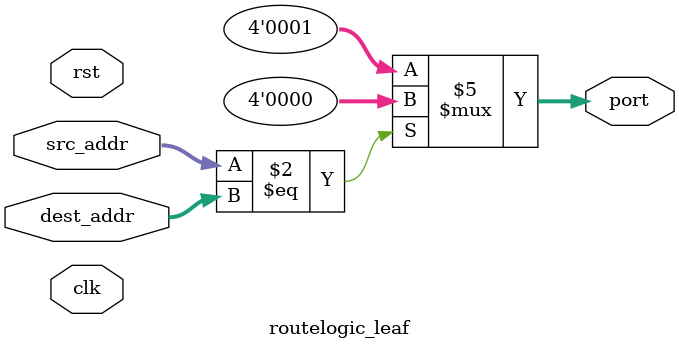
<source format=v>
`timescale 1ns / 1ps


module routelogic_leaf(
    port,
    src_addr,
    dest_addr,
    clk,
    rst
    );

output reg [3:0] port;
input wire [3:0] src_addr;
input wire [3:0] dest_addr;
input wire clk;
input wire rst;

initial begin
    port = 2'b11;
end    

always @(src_addr or dest_addr) begin
    if (src_addr == dest_addr) begin
        //LOCAL PORT
        port <= 4'b0000;
    end
    else begin
        port <= 4'b0001;
    end
end

endmodule

</source>
